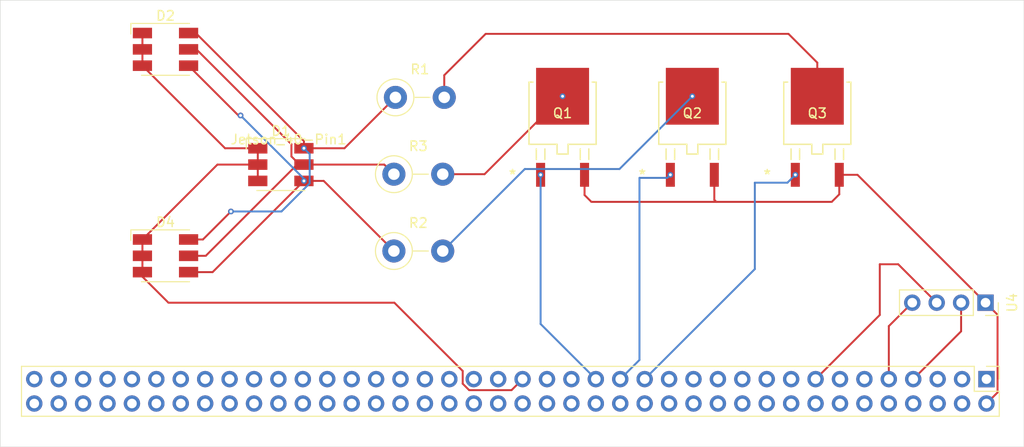
<source format=kicad_pcb>
(kicad_pcb (version 20240108) (generator "pcbnew") (generator_version "8.0")
  (title_block (title "Preliminary PCB layout") (date "2024-11-06") (rev "0") (company "Group 6"))
  (layers (0 "F.Cu" signal) (31 "B.Cu" signal) (34 "B.Paste" user) (35 "F.Paste" user) (36 "B.SilkS" user "B.Silkscreen") (37 "F.SilkS" user "F.Silkscreen") (38 "B.Mask" user) (39 "F.Mask" user) (44 "Edge.Cuts" user))
  (net 0 "")
  (net 1 "GND")
  (net 2 "Q3")
  (net 3 "Q2")
  (net 4 "Q1")
  (net 7 "Net-(Jetson_40-Pin1-GPIO11)")
  (net 10 "Net-(Jetson_40-Pin1-GPIO01)")
  (net 17 "/Ultrasonic Trigger")
  (net 25 "/5V")
  (net 35 "Net-(Jetson_40-Pin1-GPIO13)")
  (net 39 "Net-(Jetson_40-Pin1-GPIO12)")
  (net 43 "Net-(Q1-E)")
  (net 44 "Net-(Q2-E)")
  (net 45 "Net-(Q3-E)")
  (net 46 "Net-(U4-GND)")
  (footprint "NSS1C301ET4G:DPAK-4_6P22X6P73_ONS" (layer "F.Cu") (at 104 65.7653)
    (property "Reference" "Q1" (at 0 0 0) (layer "F.SilkS"))
    (property "Value" "NSS1C301ET4G")
    (fp_line (start -3.4925 -3.2385) (end -3.4925 3.2385) (stroke (width 0.1524)) (layer "F.SilkS"))
    (fp_line (start -3.4925 3.2385) (end -0.5715 3.2385) (stroke (width 0.1524)) (layer "F.SilkS"))
    (fp_line (start -3.08864 -3.2385) (end -3.4925 -3.2385) (stroke (width 0.1524)) (layer "F.SilkS"))
    (fp_line (start -2.7305 3.7211) (end -2.7305 4.8133) (stroke (width 0.1524)) (layer "F.SilkS"))
    (fp_line (start -1.8415 3.7211) (end -1.8415 4.8133) (stroke (width 0.1524)) (layer "F.SilkS"))
    (fp_line (start -0.5715 3.2385) (end -0.5715 4.2545) (stroke (width 0.1524)) (layer "F.SilkS"))
    (fp_line (start -0.5715 4.2545) (end 0.5715 4.2545) (stroke (width 0.1524)) (layer "F.SilkS"))
    (fp_line (start 0.5715 3.2385) (end 3.4925 3.2385) (stroke (width 0.1524)) (layer "F.SilkS"))
    (fp_line (start 0.5715 4.2545) (end 0.5715 3.2385) (stroke (width 0.1524)) (layer "F.SilkS"))
    (fp_line (start 1.8415 3.7211) (end 1.8415 4.8133) (stroke (width 0.1524)) (layer "F.SilkS"))
    (fp_line (start 2.7305 3.7211) (end 2.7305 4.8133) (stroke (width 0.1524)) (layer "F.SilkS"))
    (fp_line (start 3.4925 -3.2385) (end 3.08864 -3.2385) (stroke (width 0.1524)) (layer "F.SilkS"))
    (fp_line (start 3.4925 3.2385) (end 3.4925 -3.2385) (stroke (width 0.1524)) (layer "F.SilkS"))
    (fp_text user "*" (at -5.207 6.4135 0) (layer "F.SilkS"))
    (fp_text user "*" (at -5.207 6.4135 0) (layer "F.SilkS"))
    (pad "1" smd rect (at -2.286 6.4135) (size 0.9398 2.4892) (layers "F.Cu" "F.Paste" "F.Mask") (net 35 "Net-(Jetson_40-Pin1-GPIO13)"))
    (pad "2" smd rect (at 2.286 6.4135) (size 0.9398 2.4892) (layers "F.Cu" "F.Paste" "F.Mask") (net 25 "/5V"))
    (pad "3" smd rect (at 0 -1.7653) (size 5.5118 5.9182) (layers "F.Cu" "F.Paste" "F.Mask") (net 43 "Net-(Q1-E)"))
  )
  (footprint "LED_SMD:LED_RGB_5050-6" (layer "F.Cu") (at 62.6921 59.1165)
    (property "Reference" "D2" (at 0 -3.5 360) (layer "F.SilkS"))
    (property "Value" "LED_RGB")
    (fp_line (start -3.6 -2.7) (end 2.5 -2.7) (stroke (width 0.12)) (layer "F.SilkS"))
    (fp_line (start -3.6 -1.6) (end -3.6 -2.7) (stroke (width 0.12)) (layer "F.SilkS"))
    (fp_line (start 2.5 2.7) (end -2.5 2.7) (stroke (width 0.12)) (layer "F.SilkS"))
    (pad "1" smd rect (at -2.4 -1.7 90) (size 1.1 2) (layers "F.Cu" "F.Paste" "F.Mask") (net 1 "GND"))
    (pad "2" smd rect (at -2.4 0 90) (size 1.1 2) (layers "F.Cu" "F.Paste" "F.Mask") (net 1 "GND"))
    (pad "3" smd rect (at -2.4 1.7 90) (size 1.1 2) (layers "F.Cu" "F.Paste" "F.Mask") (net 1 "GND"))
    (pad "4" smd rect (at 2.4 1.7 90) (size 1.1 2) (layers "F.Cu" "F.Paste" "F.Mask") (net 3 "Q2"))
    (pad "5" smd rect (at 2.4 0 90) (size 1.1 2) (layers "F.Cu" "F.Paste" "F.Mask") (net 4 "Q1"))
    (pad "6" smd rect (at 2.4 -1.7 90) (size 1.1 2) (layers "F.Cu" "F.Paste" "F.Mask") (net 2 "Q3"))
  )
  (footprint "Resistor_THT:R_Axial_DIN0411_L9.9mm_D3.6mm_P5.08mm_Vertical" (layer "F.Cu") (at 86.6121 64.1165)
    (property "Reference" "R1" (at 2.54 -2.92 0) (layer "F.SilkS"))
    (property "Value" "10")
    (fp_line (start 1.92 0) (end 3.58 0) (stroke (width 0.12)) (layer "F.SilkS"))
    (fp_circle (center 0 0) (end 1.92 0) (stroke (width 0.12)) (fill none) (layer "F.SilkS"))
    (pad "1" thru_hole circle (at 0 0) (size 2.4 2.4) (drill 1.2) (layers "*.Cu" "*.Mask") (net 2 "Q3"))
    (pad "2" thru_hole oval (at 5.08 0) (size 2.4 2.4) (drill 1.2) (layers "*.Cu" "*.Mask") (net 45 "Net-(Q3-E)"))
  )
  (footprint "NSS1C301ET4G:DPAK-4_6P22X6P73_ONS" (layer "F.Cu") (at 117.5 65.7653)
    (property "Reference" "Q2" (at 0 0 0) (layer "F.SilkS"))
    (property "Value" "NSS1C301ET4G")
    (fp_line (start -3.4925 -3.2385) (end -3.4925 3.2385) (stroke (width 0.1524)) (layer "F.SilkS"))
    (fp_line (start -3.4925 3.2385) (end -0.5715 3.2385) (stroke (width 0.1524)) (layer "F.SilkS"))
    (fp_line (start -3.08864 -3.2385) (end -3.4925 -3.2385) (stroke (width 0.1524)) (layer "F.SilkS"))
    (fp_line (start -2.7305 3.7211) (end -2.7305 4.8133) (stroke (width 0.1524)) (layer "F.SilkS"))
    (fp_line (start -1.8415 3.7211) (end -1.8415 4.8133) (stroke (width 0.1524)) (layer "F.SilkS"))
    (fp_line (start -0.5715 3.2385) (end -0.5715 4.2545) (stroke (width 0.1524)) (layer "F.SilkS"))
    (fp_line (start -0.5715 4.2545) (end 0.5715 4.2545) (stroke (width 0.1524)) (layer "F.SilkS"))
    (fp_line (start 0.5715 3.2385) (end 3.4925 3.2385) (stroke (width 0.1524)) (layer "F.SilkS"))
    (fp_line (start 0.5715 4.2545) (end 0.5715 3.2385) (stroke (width 0.1524)) (layer "F.SilkS"))
    (fp_line (start 1.8415 3.7211) (end 1.8415 4.8133) (stroke (width 0.1524)) (layer "F.SilkS"))
    (fp_line (start 2.7305 3.7211) (end 2.7305 4.8133) (stroke (width 0.1524)) (layer "F.SilkS"))
    (fp_line (start 3.4925 -3.2385) (end 3.08864 -3.2385) (stroke (width 0.1524)) (layer "F.SilkS"))
    (fp_line (start 3.4925 3.2385) (end 3.4925 -3.2385) (stroke (width 0.1524)) (layer "F.SilkS"))
    (fp_text user "*" (at -5.207 6.4135 0) (layer "F.SilkS"))
    (fp_text user "*" (at -5.207 6.4135 0) (layer "F.SilkS"))
    (pad "1" smd rect (at -2.286 6.4135) (size 0.9398 2.4892) (layers "F.Cu" "F.Paste" "F.Mask") (net 7 "Net-(Jetson_40-Pin1-GPIO11)"))
    (pad "2" smd rect (at 2.286 6.4135) (size 0.9398 2.4892) (layers "F.Cu" "F.Paste" "F.Mask") (net 25 "/5V"))
    (pad "3" smd rect (at 0 -1.7653) (size 5.5118 5.9182) (layers "F.Cu" "F.Paste" "F.Mask") (net 44 "Net-(Q2-E)"))
  )
  (footprint "LED_SMD:LED_RGB_5050-6" (layer "F.Cu") (at 62.6921 80.6165)
    (property "Reference" "D4" (at 0 -3.5 360) (layer "F.SilkS"))
    (property "Value" "LED_RGB")
    (fp_line (start -3.6 -2.7) (end 2.5 -2.7) (stroke (width 0.12)) (layer "F.SilkS"))
    (fp_line (start -3.6 -1.6) (end -3.6 -2.7) (stroke (width 0.12)) (layer "F.SilkS"))
    (fp_line (start 2.5 2.7) (end -2.5 2.7) (stroke (width 0.12)) (layer "F.SilkS"))
    (pad "1" smd rect (at -2.4 -1.7 90) (size 1.1 2) (layers "F.Cu" "F.Paste" "F.Mask") (net 1 "GND"))
    (pad "2" smd rect (at -2.4 0 90) (size 1.1 2) (layers "F.Cu" "F.Paste" "F.Mask") (net 1 "GND"))
    (pad "3" smd rect (at -2.4 1.7 90) (size 1.1 2) (layers "F.Cu" "F.Paste" "F.Mask") (net 1 "GND"))
    (pad "4" smd rect (at 2.4 1.7 90) (size 1.1 2) (layers "F.Cu" "F.Paste" "F.Mask") (net 3 "Q2"))
    (pad "5" smd rect (at 2.4 0 90) (size 1.1 2) (layers "F.Cu" "F.Paste" "F.Mask") (net 4 "Q1"))
    (pad "6" smd rect (at 2.4 -1.7 90) (size 1.1 2) (layers "F.Cu" "F.Paste" "F.Mask") (net 2 "Q3"))
  )
  (footprint "Resistor_THT:R_Axial_DIN0411_L9.9mm_D3.6mm_P5.08mm_Vertical" (layer "F.Cu") (at 86.4521 80.1165)
    (property "Reference" "R2" (at 2.54 -2.92 0) (layer "F.SilkS"))
    (property "Value" "10")
    (fp_line (start 1.92 0) (end 3.58 0) (stroke (width 0.12)) (layer "F.SilkS"))
    (fp_circle (center 0 0) (end 1.92 0) (stroke (width 0.12)) (fill none) (layer "F.SilkS"))
    (pad "1" thru_hole circle (at 0 0) (size 2.4 2.4) (drill 1.2) (layers "*.Cu" "*.Mask") (net 3 "Q2"))
    (pad "2" thru_hole oval (at 5.08 0) (size 2.4 2.4) (drill 1.2) (layers "*.Cu" "*.Mask") (net 44 "Net-(Q2-E)"))
  )
  (footprint "Resistor_THT:R_Axial_DIN0411_L9.9mm_D3.6mm_P5.08mm_Vertical" (layer "F.Cu") (at 86.4521 72.1165)
    (property "Reference" "R3" (at 2.54 -2.92 0) (layer "F.SilkS"))
    (property "Value" "10")
    (fp_line (start 1.92 0) (end 3.58 0) (stroke (width 0.12)) (layer "F.SilkS"))
    (fp_circle (center 0 0) (end 1.92 0) (stroke (width 0.12)) (fill none) (layer "F.SilkS"))
    (pad "1" thru_hole circle (at 0 0) (size 2.4 2.4) (drill 1.2) (layers "*.Cu" "*.Mask") (net 4 "Q1"))
    (pad "2" thru_hole oval (at 5.08 0) (size 2.4 2.4) (drill 1.2) (layers "*.Cu" "*.Mask") (net 43 "Net-(Q1-E)"))
  )
  (footprint "Connector_PinSocket_2.54mm:PinSocket_1x04_P2.54mm_Vertical" (layer "F.Cu") (at 148 85.5 -90)
    (property "Reference" "U4" (at 0 -2.77 90) (layer "F.SilkS"))
    (property "Value" "HC-SR04")
    (fp_line (start -1.33 8.95) (end 1.33 8.95) (stroke (width 0.12)) (layer "F.SilkS"))
    (fp_line (start -1.33 1.27) (end -1.33 8.95) (stroke (width 0.12)) (layer "F.SilkS"))
    (fp_line (start -1.33 1.27) (end 1.33 1.27) (stroke (width 0.12)) (layer "F.SilkS"))
    (fp_line (start 1.33 1.27) (end 1.33 8.95) (stroke (width 0.12)) (layer "F.SilkS"))
    (fp_line (start 0 -1.33) (end 1.33 -1.33) (stroke (width 0.12)) (layer "F.SilkS"))
    (fp_line (start 1.33 -1.33) (end 1.33 0) (stroke (width 0.12)) (layer "F.SilkS"))
    (pad "1" thru_hole rect (at 0 0 270) (size 1.7 1.7) (drill 1) (layers "*.Cu" "*.Mask") (net 25 "/5V"))
    (pad "2" thru_hole oval (at 0 2.54 270) (size 1.7 1.7) (drill 1) (layers "*.Cu" "*.Mask") (net 17 "/Ultrasonic Trigger"))
    (pad "3" thru_hole oval (at 0 5.08 270) (size 1.7 1.7) (drill 1) (layers "*.Cu" "*.Mask") (net 39 "Net-(Jetson_40-Pin1-GPIO12)"))
    (pad "4" thru_hole oval (at 0 7.62 270) (size 1.7 1.7) (drill 1) (layers "*.Cu" "*.Mask") (net 46 "Net-(U4-GND)"))
  )
  (footprint "NSS1C301ET4G:DPAK-4_6P22X6P73_ONS" (layer "F.Cu") (at 130.5 65.7653)
    (property "Reference" "Q3" (at 0 0 0) (layer "F.SilkS"))
    (property "Value" "NSS1C301ET4G")
    (fp_line (start -3.4925 -3.2385) (end -3.4925 3.2385) (stroke (width 0.1524)) (layer "F.SilkS"))
    (fp_line (start -3.4925 3.2385) (end -0.5715 3.2385) (stroke (width 0.1524)) (layer "F.SilkS"))
    (fp_line (start -3.08864 -3.2385) (end -3.4925 -3.2385) (stroke (width 0.1524)) (layer "F.SilkS"))
    (fp_line (start -2.7305 3.7211) (end -2.7305 4.8133) (stroke (width 0.1524)) (layer "F.SilkS"))
    (fp_line (start -1.8415 3.7211) (end -1.8415 4.8133) (stroke (width 0.1524)) (layer "F.SilkS"))
    (fp_line (start -0.5715 3.2385) (end -0.5715 4.2545) (stroke (width 0.1524)) (layer "F.SilkS"))
    (fp_line (start -0.5715 4.2545) (end 0.5715 4.2545) (stroke (width 0.1524)) (layer "F.SilkS"))
    (fp_line (start 0.5715 3.2385) (end 3.4925 3.2385) (stroke (width 0.1524)) (layer "F.SilkS"))
    (fp_line (start 0.5715 4.2545) (end 0.5715 3.2385) (stroke (width 0.1524)) (layer "F.SilkS"))
    (fp_line (start 1.8415 3.7211) (end 1.8415 4.8133) (stroke (width 0.1524)) (layer "F.SilkS"))
    (fp_line (start 2.7305 3.7211) (end 2.7305 4.8133) (stroke (width 0.1524)) (layer "F.SilkS"))
    (fp_line (start 3.4925 -3.2385) (end 3.08864 -3.2385) (stroke (width 0.1524)) (layer "F.SilkS"))
    (fp_line (start 3.4925 3.2385) (end 3.4925 -3.2385) (stroke (width 0.1524)) (layer "F.SilkS"))
    (fp_text user "*" (at -5.207 6.4135 0) (layer "F.SilkS"))
    (fp_text user "*" (at -5.207 6.4135 0) (layer "F.SilkS"))
    (pad "1" smd rect (at -2.286 6.4135) (size 0.9398 2.4892) (layers "F.Cu" "F.Paste" "F.Mask") (net 10 "Net-(Jetson_40-Pin1-GPIO01)"))
    (pad "2" smd rect (at 2.286 6.4135) (size 0.9398 2.4892) (layers "F.Cu" "F.Paste" "F.Mask") (net 25 "/5V"))
    (pad "3" smd rect (at 0 -1.7653) (size 5.5118 5.9182) (layers "F.Cu" "F.Paste" "F.Mask") (net 45 "Net-(Q3-E)"))
  )
  (footprint "Connector_PinHeader_2.54mm:PinHeader_2x40_P2.54mm_Vertical" (layer "F.Cu") (at 148.1 93.46 -90)
    (property "Reference" "Jetson_40-Pin1" (at -24.96 72.6 180) (layer "F.SilkS"))
    (property "Value" "~")
    (fp_line (start -1.33 100.39) (end 3.87 100.39) (stroke (width 0.12)) (layer "F.SilkS"))
    (fp_line (start -1.33 1.27) (end -1.33 100.39) (stroke (width 0.12)) (layer "F.SilkS"))
    (fp_line (start -1.33 1.27) (end 1.27 1.27) (stroke (width 0.12)) (layer "F.SilkS"))
    (fp_line (start 1.27 1.27) (end 1.27 -1.33) (stroke (width 0.12)) (layer "F.SilkS"))
    (fp_line (start -1.33 0) (end -1.33 -1.33) (stroke (width 0.12)) (layer "F.SilkS"))
    (fp_line (start -1.33 -1.33) (end 0 -1.33) (stroke (width 0.12)) (layer "F.SilkS"))
    (fp_line (start 1.27 -1.33) (end 3.87 -1.33) (stroke (width 0.12)) (layer "F.SilkS"))
    (fp_line (start 3.87 -1.33) (end 3.87 100.39) (stroke (width 0.12)) (layer "F.SilkS"))
    (pad "1" thru_hole rect (at 0 0 270) (size 1.7 1.7) (drill 1) (layers "*.Cu" "*.Mask"))
    (pad "2" thru_hole oval (at 2.54 0 270) (size 1.7 1.7) (drill 1) (layers "*.Cu" "*.Mask") (net 25 "/5V"))
    (pad "3" thru_hole oval (at 0 2.54 270) (size 1.7 1.7) (drill 1) (layers "*.Cu" "*.Mask"))
    (pad "4" thru_hole oval (at 2.54 2.54 270) (size 1.7 1.7) (drill 1) (layers "*.Cu" "*.Mask"))
    (pad "5" thru_hole oval (at 0 5.08 270) (size 1.7 1.7) (drill 1) (layers "*.Cu" "*.Mask"))
    (pad "6" thru_hole oval (at 2.54 5.08 270) (size 1.7 1.7) (drill 1) (layers "*.Cu" "*.Mask"))
    (pad "7" thru_hole oval (at 0 7.62 270) (size 1.7 1.7) (drill 1) (layers "*.Cu" "*.Mask") (net 17 "/Ultrasonic Trigger"))
    (pad "8" thru_hole oval (at 2.54 7.62 270) (size 1.7 1.7) (drill 1) (layers "*.Cu" "*.Mask"))
    (pad "9" thru_hole oval (at 0 10.16 270) (size 1.7 1.7) (drill 1) (layers "*.Cu" "*.Mask") (net 46 "Net-(U4-GND)"))
    (pad "10" thru_hole oval (at 2.54 10.16 270) (size 1.7 1.7) (drill 1) (layers "*.Cu" "*.Mask"))
    (pad "11" thru_hole oval (at 0 12.7 270) (size 1.7 1.7) (drill 1) (layers "*.Cu" "*.Mask"))
    (pad "12" thru_hole oval (at 2.54 12.7 270) (size 1.7 1.7) (drill 1) (layers "*.Cu" "*.Mask"))
    (pad "13" thru_hole oval (at 0 15.24 270) (size 1.7 1.7) (drill 1) (layers "*.Cu" "*.Mask"))
    (pad "14" thru_hole oval (at 2.54 15.24 270) (size 1.7 1.7) (drill 1) (layers "*.Cu" "*.Mask"))
    (pad "15" thru_hole oval (at 0 17.78 270) (size 1.7 1.7) (drill 1) (layers "*.Cu" "*.Mask") (net 39 "Net-(Jetson_40-Pin1-GPIO12)"))
    (pad "16" thru_hole oval (at 2.54 17.78 270) (size 1.7 1.7) (drill 1) (layers "*.Cu" "*.Mask"))
    (pad "17" thru_hole oval (at 0 20.32 270) (size 1.7 1.7) (drill 1) (layers "*.Cu" "*.Mask"))
    (pad "18" thru_hole oval (at 2.54 20.32 270) (size 1.7 1.7) (drill 1) (layers "*.Cu" "*.Mask"))
    (pad "19" thru_hole oval (at 0 22.86 270) (size 1.7 1.7) (drill 1) (layers "*.Cu" "*.Mask"))
    (pad "20" thru_hole oval (at 2.54 22.86 270) (size 1.7 1.7) (drill 1) (layers "*.Cu" "*.Mask"))
    (pad "21" thru_hole oval (at 0 25.4 270) (size 1.7 1.7) (drill 1) (layers "*.Cu" "*.Mask"))
    (pad "22" thru_hole oval (at 2.54 25.4 270) (size 1.7 1.7) (drill 1) (layers "*.Cu" "*.Mask"))
    (pad "23" thru_hole oval (at 0 27.94 270) (size 1.7 1.7) (drill 1) (layers "*.Cu" "*.Mask"))
    (pad "24" thru_hole oval (at 2.54 27.94 270) (size 1.7 1.7) (drill 1) (layers "*.Cu" "*.Mask"))
    (pad "25" thru_hole oval (at 0 30.48 270) (size 1.7 1.7) (drill 1) (layers "*.Cu" "*.Mask"))
    (pad "26" thru_hole oval (at 2.54 30.48 270) (size 1.7 1.7) (drill 1) (layers "*.Cu" "*.Mask"))
    (pad "27" thru_hole oval (at 0 33.02 270) (size 1.7 1.7) (drill 1) (layers "*.Cu" "*.Mask"))
    (pad "28" thru_hole oval (at 2.54 33.02 270) (size 1.7 1.7) (drill 1) (layers "*.Cu" "*.Mask"))
    (pad "29" thru_hole oval (at 0 35.56 270) (size 1.7 1.7) (drill 1) (layers "*.Cu" "*.Mask") (net 10 "Net-(Jetson_40-Pin1-GPIO01)"))
    (pad "30" thru_hole oval (at 2.54 35.56 270) (size 1.7 1.7) (drill 1) (layers "*.Cu" "*.Mask"))
    (pad "31" thru_hole oval (at 0 38.1 270) (size 1.7 1.7) (drill 1) (layers "*.Cu" "*.Mask") (net 7 "Net-(Jetson_40-Pin1-GPIO11)"))
    (pad "32" thru_hole oval (at 2.54 38.1 270) (size 1.7 1.7) (drill 1) (layers "*.Cu" "*.Mask"))
    (pad "33" thru_hole oval (at 0 40.64 270) (size 1.7 1.7) (drill 1) (layers "*.Cu" "*.Mask") (net 35 "Net-(Jetson_40-Pin1-GPIO13)"))
    (pad "34" thru_hole oval (at 2.54 40.64 270) (size 1.7 1.7) (drill 1) (layers "*.Cu" "*.Mask"))
    (pad "35" thru_hole oval (at 0 43.18 270) (size 1.7 1.7) (drill 1) (layers "*.Cu" "*.Mask"))
    (pad "36" thru_hole oval (at 2.54 43.18 270) (size 1.7 1.7) (drill 1) (layers "*.Cu" "*.Mask"))
    (pad "37" thru_hole oval (at 0 45.72 270) (size 1.7 1.7) (drill 1) (layers "*.Cu" "*.Mask"))
    (pad "38" thru_hole oval (at 2.54 45.72 270) (size 1.7 1.7) (drill 1) (layers "*.Cu" "*.Mask"))
    (pad "39" thru_hole oval (at 0 48.26 270) (size 1.7 1.7) (drill 1) (layers "*.Cu" "*.Mask") (net 1 "GND"))
    (pad "40" thru_hole oval (at 2.54 48.26 270) (size 1.7 1.7) (drill 1) (layers "*.Cu" "*.Mask"))
    (pad "41" thru_hole oval (at 0 50.8 270) (size 1.7 1.7) (drill 1) (layers "*.Cu" "*.Mask"))
    (pad "42" thru_hole oval (at 2.54 50.8 270) (size 1.7 1.7) (drill 1) (layers "*.Cu" "*.Mask"))
    (pad "43" thru_hole oval (at 0 53.34 270) (size 1.7 1.7) (drill 1) (layers "*.Cu" "*.Mask"))
    (pad "44" thru_hole oval (at 2.54 53.34 270) (size 1.7 1.7) (drill 1) (layers "*.Cu" "*.Mask"))
    (pad "45" thru_hole oval (at 0 55.88 270) (size 1.7 1.7) (drill 1) (layers "*.Cu" "*.Mask"))
    (pad "46" thru_hole oval (at 2.54 55.88 270) (size 1.7 1.7) (drill 1) (layers "*.Cu" "*.Mask"))
    (pad "47" thru_hole oval (at 0 58.42 270) (size 1.7 1.7) (drill 1) (layers "*.Cu" "*.Mask"))
    (pad "48" thru_hole oval (at 2.54 58.42 270) (size 1.7 1.7) (drill 1) (layers "*.Cu" "*.Mask"))
    (pad "49" thru_hole oval (at 0 60.96 270) (size 1.7 1.7) (drill 1) (layers "*.Cu" "*.Mask"))
    (pad "50" thru_hole oval (at 2.54 60.96 270) (size 1.7 1.7) (drill 1) (layers "*.Cu" "*.Mask"))
    (pad "51" thru_hole oval (at 0 63.5 270) (size 1.7 1.7) (drill 1) (layers "*.Cu" "*.Mask"))
    (pad "52" thru_hole oval (at 2.54 63.5 270) (size 1.7 1.7) (drill 1) (layers "*.Cu" "*.Mask"))
    (pad "53" thru_hole oval (at 0 66.04 270) (size 1.7 1.7) (drill 1) (layers "*.Cu" "*.Mask"))
    (pad "54" thru_hole oval (at 2.54 66.04 270) (size 1.7 1.7) (drill 1) (layers "*.Cu" "*.Mask"))
    (pad "55" thru_hole oval (at 0 68.58 270) (size 1.7 1.7) (drill 1) (layers "*.Cu" "*.Mask"))
    (pad "56" thru_hole oval (at 2.54 68.58 270) (size 1.7 1.7) (drill 1) (layers "*.Cu" "*.Mask"))
    (pad "57" thru_hole oval (at 0 71.12 270) (size 1.7 1.7) (drill 1) (layers "*.Cu" "*.Mask"))
    (pad "58" thru_hole oval (at 2.54 71.12 270) (size 1.7 1.7) (drill 1) (layers "*.Cu" "*.Mask"))
    (pad "59" thru_hole oval (at 0 73.66 270) (size 1.7 1.7) (drill 1) (layers "*.Cu" "*.Mask"))
    (pad "60" thru_hole oval (at 2.54 73.66 270) (size 1.7 1.7) (drill 1) (layers "*.Cu" "*.Mask"))
    (pad "61" thru_hole oval (at 0 76.2 270) (size 1.7 1.7) (drill 1) (layers "*.Cu" "*.Mask"))
    (pad "62" thru_hole oval (at 2.54 76.2 270) (size 1.7 1.7) (drill 1) (layers "*.Cu" "*.Mask"))
    (pad "63" thru_hole oval (at 0 78.74 270) (size 1.7 1.7) (drill 1) (layers "*.Cu" "*.Mask"))
    (pad "64" thru_hole oval (at 2.54 78.74 270) (size 1.7 1.7) (drill 1) (layers "*.Cu" "*.Mask"))
    (pad "65" thru_hole oval (at 0 81.28 270) (size 1.7 1.7) (drill 1) (layers "*.Cu" "*.Mask"))
    (pad "66" thru_hole oval (at 2.54 81.28 270) (size 1.7 1.7) (drill 1) (layers "*.Cu" "*.Mask"))
    (pad "67" thru_hole oval (at 0 83.82 270) (size 1.7 1.7) (drill 1) (layers "*.Cu" "*.Mask"))
    (pad "68" thru_hole oval (at 2.54 83.82 270) (size 1.7 1.7) (drill 1) (layers "*.Cu" "*.Mask"))
    (pad "69" thru_hole oval (at 0 86.36 270) (size 1.7 1.7) (drill 1) (layers "*.Cu" "*.Mask"))
    (pad "70" thru_hole oval (at 2.54 86.36 270) (size 1.7 1.7) (drill 1) (layers "*.Cu" "*.Mask"))
    (pad "71" thru_hole oval (at 0 88.9 270) (size 1.7 1.7) (drill 1) (layers "*.Cu" "*.Mask"))
    (pad "72" thru_hole oval (at 2.54 88.9 270) (size 1.7 1.7) (drill 1) (layers "*.Cu" "*.Mask"))
    (pad "73" thru_hole oval (at 0 91.44 270) (size 1.7 1.7) (drill 1) (layers "*.Cu" "*.Mask"))
    (pad "74" thru_hole oval (at 2.54 91.44 270) (size 1.7 1.7) (drill 1) (layers "*.Cu" "*.Mask"))
    (pad "75" thru_hole oval (at 0 93.98 270) (size 1.7 1.7) (drill 1) (layers "*.Cu" "*.Mask"))
    (pad "76" thru_hole oval (at 2.54 93.98 270) (size 1.7 1.7) (drill 1) (layers "*.Cu" "*.Mask"))
    (pad "77" thru_hole oval (at 0 96.52 270) (size 1.7 1.7) (drill 1) (layers "*.Cu" "*.Mask"))
    (pad "78" thru_hole oval (at 2.54 96.52 270) (size 1.7 1.7) (drill 1) (layers "*.Cu" "*.Mask"))
    (pad "79" thru_hole oval (at 0 99.06 270) (size 1.7 1.7) (drill 1) (layers "*.Cu" "*.Mask"))
    (pad "80" thru_hole oval (at 2.54 99.06 270) (size 1.7 1.7) (drill 1) (layers "*.Cu" "*.Mask"))
  )
  (footprint "LED_SMD:LED_RGB_5050-6" (layer "F.Cu") (at 74.6921 71.1165)
    (property "Reference" "D1" (at 0 -3.5 360) (layer "F.SilkS"))
    (property "Value" "LED_RGB")
    (fp_line (start -3.6 -2.7) (end 2.5 -2.7) (stroke (width 0.12)) (layer "F.SilkS"))
    (fp_line (start -3.6 -1.6) (end -3.6 -2.7) (stroke (width 0.12)) (layer "F.SilkS"))
    (fp_line (start 2.5 2.7) (end -2.5 2.7) (stroke (width 0.12)) (layer "F.SilkS"))
    (pad "1" smd rect (at -2.4 -1.7 90) (size 1.1 2) (layers "F.Cu" "F.Paste" "F.Mask") (net 1 "GND"))
    (pad "2" smd rect (at -2.4 0 90) (size 1.1 2) (layers "F.Cu" "F.Paste" "F.Mask") (net 1 "GND"))
    (pad "3" smd rect (at -2.4 1.7 90) (size 1.1 2) (layers "F.Cu" "F.Paste" "F.Mask") (net 1 "GND"))
    (pad "4" smd rect (at 2.4 1.7 90) (size 1.1 2) (layers "F.Cu" "F.Paste" "F.Mask") (net 3 "Q2"))
    (pad "5" smd rect (at 2.4 0 90) (size 1.1 2) (layers "F.Cu" "F.Paste" "F.Mask") (net 4 "Q1"))
    (pad "6" smd rect (at 2.4 -1.7 90) (size 1.1 2) (layers "F.Cu" "F.Paste" "F.Mask") (net 2 "Q3"))
  )
  (gr_rect (start 45.5 54) (end 152 100.5) (stroke (width 0.05)) (fill none) (layer "Edge.Cuts"))
  (segment (start 60.2921 57.4165) (end 60.2921 59.1165) (width 0.2) (layer "F.Cu") (net 1))
  (segment (start 98.69 94.61) (end 94.283654 94.61) (width 0.2) (layer "F.Cu") (net 1))
  (segment (start 99.84 93.46) (end 98.69 94.61) (width 0.2) (layer "F.Cu") (net 1))
  (segment (start 60.2921 60.8165) (end 60.2921 59.1165) (width 0.2) (layer "F.Cu") (net 1))
  (segment (start 72.2921 71.1165) (end 72.2921 69.4165) (width 0.2) (layer "F.Cu") (net 1))
  (segment (start 60.2921 80.6165) (end 60.2921 78.9165) (width 0.2) (layer "F.Cu") (net 1))
  (segment (start 63 85.5) (end 60.2921 82.7921) (width 0.2) (layer "F.Cu") (net 1))
  (segment (start 60.2921 82.7921) (end 60.2921 82.3165) (width 0.2) (layer "F.Cu") (net 1))
  (segment (start 93.61 92.61) (end 86.5 85.5) (width 0.2) (layer "F.Cu") (net 1))
  (segment (start 68.0921 71.1165) (end 72.2921 71.1165) (width 0.2) (layer "F.Cu") (net 1))
  (segment (start 60.2921 80.6165) (end 60.2921 82.3165) (width 0.2) (layer "F.Cu") (net 1))
  (segment (start 72.2921 72.8165) (end 72.2921 71.1165) (width 0.2) (layer "F.Cu") (net 1))
  (segment (start 68.8921 69.4165) (end 72.2921 69.4165) (width 0.2) (layer "F.Cu") (net 1))
  (segment (start 94.283654 94.61) (end 93.61 93.936346) (width 0.2) (layer "F.Cu") (net 1))
  (segment (start 93.61 93.936346) (end 93.61 92.61) (width 0.2) (layer "F.Cu") (net 1))
  (segment (start 60.2921 78.9165) (end 68.0921 71.1165) (width 0.2) (layer "F.Cu") (net 1))
  (segment (start 60.2921 60.8165) (end 68.8921 69.4165) (width 0.2) (layer "F.Cu") (net 1))
  (segment (start 86.5 85.5) (end 63 85.5) (width 0.2) (layer "F.Cu") (net 1))
  (segment (start 81.3121 69.4165) (end 77.0921 69.4165) (width 0.2) (layer "F.Cu") (net 2))
  (segment (start 77.0921 69.4165) (end 77.0921 68.6665) (width 0.2) (layer "F.Cu") (net 2))
  (segment (start 77.0921 68.6665) (end 65.8421 57.4165) (width 0.2) (layer "F.Cu") (net 2))
  (segment (start 65.0921 78.9165) (end 66.5835 78.9165) (width 0.2) (layer "F.Cu") (net 2))
  (segment (start 86.6121 64.1165) (end 81.3121 69.4165) (width 0.2) (layer "F.Cu") (net 2))
  (segment (start 66.5835 78.9165) (end 69.5 76) (width 0.2) (layer "F.Cu") (net 2))
  (segment (start 65.8421 57.4165) (end 65.0921 57.4165) (width 0.2) (layer "F.Cu") (net 2))
  (via (at 69.5 76) (size 0.6) (drill 0.3) (layers "F.Cu" "B.Cu") (net 2))
  (via (at 77.0921 69.4165) (size 0.6) (drill 0.3) (layers "F.Cu" "B.Cu") (net 2))
  (segment (start 77.6921 70.0165) (end 77.0921 69.4165) (width 0.2) (layer "B.Cu") (net 2))
  (segment (start 74.757129 76) (end 77.6921 73.065029) (width 0.2) (layer "B.Cu") (net 2))
  (segment (start 69.5 76) (end 74.757129 76) (width 0.2) (layer "B.Cu") (net 2))
  (segment (start 77.6921 73.065029) (end 77.6921 70.0165) (width 0.2) (layer "B.Cu") (net 2))
  (segment (start 86.4521 80.1165) (end 79.1521 72.8165) (width 0.2) (layer "F.Cu") (net 3))
  (segment (start 70.2756 66) (end 70.5 66) (width 0.2) (layer "F.Cu") (net 3))
  (segment (start 67.5921 82.3165) (end 65.0921 82.3165) (width 0.2) (layer "F.Cu") (net 3))
  (segment (start 79.1521 72.8165) (end 77.0921 72.8165) (width 0.2) (layer "F.Cu") (net 3))
  (segment (start 77.0921 72.8165) (end 67.5921 82.3165) (width 0.2) (layer "F.Cu") (net 3))
  (segment (start 65.0921 60.8165) (end 70.2756 66) (width 0.2) (layer "F.Cu") (net 3))
  (via (at 77.0921 72.8165) (size 0.6) (drill 0.3) (layers "F.Cu" "B.Cu") (net 3))
  (via (at 70.5 66) (size 0.6) (drill 0.3) (layers "F.Cu" "B.Cu") (net 3))
  (segment (start 77.0921 72.5921) (end 77.0921 72.8165) (width 0.2) (layer "B.Cu") (net 3))
  (segment (start 70.5 66) (end 77.0921 72.5921) (width 0.2) (layer "B.Cu") (net 3))
  (segment (start 75.7921 69) (end 75.7921 70.2665) (width 0.2) (layer "F.Cu") (net 4))
  (segment (start 76.6421 71.1165) (end 77.0921 71.1165) (width 0.2) (layer "F.Cu") (net 4))
  (segment (start 75.7921 70.2665) (end 76.6421 71.1165) (width 0.2) (layer "F.Cu") (net 4))
  (segment (start 66.8835 80.6165) (end 65.0921 80.6165) (width 0.2) (layer "F.Cu") (net 4))
  (segment (start 65.9086 59.1165) (end 75.7921 69) (width 0.2) (layer "F.Cu") (net 4))
  (segment (start 65.0921 59.1165) (end 65.9086 59.1165) (width 0.2) (layer "F.Cu") (net 4))
  (segment (start 76.3835 71.1165) (end 66.8835 80.6165) (width 0.2) (layer "F.Cu") (net 4))
  (segment (start 86.4521 72.1165) (end 85.4521 71.1165) (width 0.2) (layer "F.Cu") (net 4))
  (segment (start 77.0921 71.1165) (end 76.3835 71.1165) (width 0.2) (layer "F.Cu") (net 4))
  (segment (start 85.4521 71.1165) (end 77.0921 71.1165) (width 0.2) (layer "F.Cu") (net 4))
  (via (at 115.214 72.1788) (size 0.6) (drill 0.3) (layers "F.Cu" "B.Cu") (net 7))
  (segment (start 112 91.46) (end 112 72.5) (width 0.2) (layer "B.Cu") (net 7))
  (segment (start 114.8928 72.5) (end 115.214 72.1788) (width 0.2) (layer "B.Cu") (net 7))
  (segment (start 112 72.5) (end 114.8928 72.5) (width 0.2) (layer "B.Cu") (net 7))
  (segment (start 110 93.46) (end 112 91.46) (width 0.2) (layer "B.Cu") (net 7))
  (via (at 128.214 72.1788) (size 0.6) (drill 0.3) (layers "F.Cu" "B.Cu") (net 10))
  (segment (start 124 82) (end 124 73) (width 0.2) (layer "B.Cu") (net 10))
  (segment (start 127.3928 73) (end 128.214 72.1788) (width 0.2) (layer "B.Cu") (net 10))
  (segment (start 112.54 93.46) (end 124 82) (width 0.2) (layer "B.Cu") (net 10))
  (segment (start 124 73) (end 127.3928 73) (width 0.2) (layer "B.Cu") (net 10))
  (segment (start 145.46 88.48) (end 140.48 93.46) (width 0.2) (layer "F.Cu") (net 17))
  (segment (start 145.46 85.5) (end 145.46 88.48) (width 0.2) (layer "F.Cu") (net 17))
  (segment (start 148 85.5) (end 134.6788 72.1788) (width 0.2) (layer "F.Cu") (net 25))
  (segment (start 148.1 96) (end 149.25 94.85) (width 0.2) (layer "F.Cu") (net 25))
  (segment (start 134.6788 72.1788) (end 132.786 72.1788) (width 0.2) (layer "F.Cu") (net 25))
  (segment (start 132.786 74.214) (end 132 75) (width 0.2) (layer "F.Cu") (net 25))
  (segment (start 132 75) (end 120 75) (width 0.2) (layer "F.Cu") (net 25))
  (segment (start 149.25 86.75) (end 148 85.5) (width 0.2) (layer "F.Cu") (net 25))
  (segment (start 132.786 72.1788) (end 132.786 74.214) (width 0.2) (layer "F.Cu") (net 25))
  (segment (start 106.286 74.286) (end 106.286 72.1788) (width 0.2) (layer "F.Cu") (net 25))
  (segment (start 119.786 72.1788) (end 119.786 74.786) (width 0.2) (layer "F.Cu") (net 25))
  (segment (start 120 75) (end 107 75) (width 0.2) (layer "F.Cu") (net 25))
  (segment (start 149.25 94.85) (end 149.25 86.75) (width 0.2) (layer "F.Cu") (net 25))
  (segment (start 107 75) (end 106.286 74.286) (width 0.2) (layer "F.Cu") (net 25))
  (segment (start 119.786 74.786) (end 120 75) (width 0.2) (layer "F.Cu") (net 25))
  (via (at 101.714 72.1788) (size 0.6) (drill 0.3) (layers "F.Cu" "B.Cu") (net 35))
  (segment (start 101.714 87.714) (end 101.714 72.1788) (width 0.2) (layer "B.Cu") (net 35))
  (segment (start 107.46 93.46) (end 101.714 87.714) (width 0.2) (layer "B.Cu") (net 35))
  (segment (start 142.92 85.5) (end 138.92 81.5) (width 0.2) (layer "F.Cu") (net 39))
  (segment (start 137 81.5) (end 137 86.78) (width 0.2) (layer "F.Cu") (net 39))
  (segment (start 138.92 81.5) (end 137 81.5) (width 0.2) (layer "F.Cu") (net 39))
  (segment (start 137 86.78) (end 130.32 93.46) (width 0.2) (layer "F.Cu") (net 39))
  (segment (start 95.8835 72.1165) (end 104 64) (width 0.2) (layer "F.Cu") (net 43))
  (segment (start 91.5321 72.1165) (end 95.8835 72.1165) (width 0.2) (layer "F.Cu") (net 43))
  (via (at 104 64) (size 0.6) (drill 0.3) (layers "F.Cu" "B.Cu") (net 43))
  (via (at 117.5 64) (size 0.6) (drill 0.3) (layers "F.Cu" "B.Cu") (net 44))
  (segment (start 109.9212 71.5788) (end 117.5 64) (width 0.2) (layer "B.Cu") (net 44))
  (segment (start 91.5321 80.1165) (end 100.0698 71.5788) (width 0.2) (layer "B.Cu") (net 44))
  (segment (start 100.0698 71.5788) (end 109.9212 71.5788) (width 0.2) (layer "B.Cu") (net 44))
  (segment (start 127.5 57.5) (end 96 57.5) (width 0.2) (layer "F.Cu") (net 45))
  (segment (start 91.6921 61.8079) (end 91.6921 64.1165) (width 0.2) (layer "F.Cu") (net 45))
  (segment (start 96 57.5) (end 91.6921 61.8079) (width 0.2) (layer "F.Cu") (net 45))
  (segment (start 130.5 64) (end 130.5 60.5) (width 0.2) (layer "F.Cu") (net 45))
  (segment (start 130.5 60.5) (end 127.5 57.5) (width 0.2) (layer "F.Cu") (net 45))
  (segment (start 140.38 85.5) (end 137.94 87.94) (width 0.2) (layer "F.Cu") (net 46))
  (segment (start 137.94 87.94) (end 137.94 93.46) (width 0.2) (layer "F.Cu") (net 46))
)
</source>
